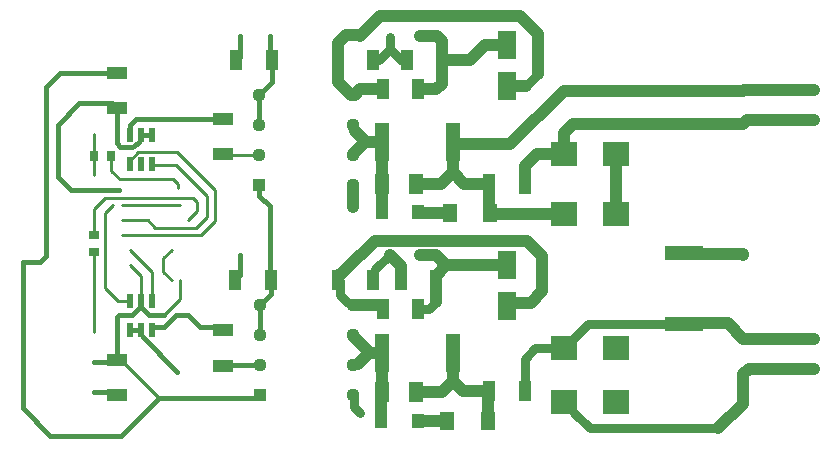
<source format=gbr>
%TF.GenerationSoftware,Altium Limited,Altium Designer,23.2.1 (34)*%
G04 Layer_Color=128*
%FSLAX45Y45*%
%MOMM*%
%TF.SameCoordinates,30BCF74E-8D5C-4CB1-BD29-C8B6E5BAA9CA*%
%TF.FilePolarity,Positive*%
%TF.FileFunction,Paste,Bot*%
%TF.Part,Single*%
G01*
G75*
%TA.AperFunction,SMDPad,CuDef*%
%ADD13R,1.12000X1.22000*%
%TA.AperFunction,Conductor*%
%ADD15C,0.80000*%
%ADD16C,0.25400*%
%ADD17C,0.50000*%
%TA.AperFunction,SMDPad,CuDef*%
%ADD27R,0.90000X0.65000*%
%ADD28R,0.65000X0.90000*%
%ADD29R,1.80340X1.11760*%
%ADD30R,3.32000X1.24000*%
%ADD31R,2.25000X2.15000*%
%ADD32R,1.05000X1.80000*%
%ADD33R,1.16000X1.82000*%
%ADD34R,1.25000X1.50000*%
G04:AMPARAMS|DCode=36|XSize=1.21mm|YSize=0.58mm|CornerRadius=0.0725mm|HoleSize=0mm|Usage=FLASHONLY|Rotation=90.000|XOffset=0mm|YOffset=0mm|HoleType=Round|Shape=RoundedRectangle|*
%AMROUNDEDRECTD36*
21,1,1.21000,0.43500,0,0,90.0*
21,1,1.06500,0.58000,0,0,90.0*
1,1,0.14500,0.21750,0.53250*
1,1,0.14500,0.21750,-0.53250*
1,1,0.14500,-0.21750,-0.53250*
1,1,0.14500,-0.21750,0.53250*
%
%ADD36ROUNDEDRECTD36*%
%ADD37R,1.11760X1.80340*%
%TA.AperFunction,BGAPad,CuDef*%
%ADD38C,1.13000*%
%TA.AperFunction,SMDPad,CuDef*%
%ADD39R,1.13000X1.13000*%
%ADD40R,1.62000X2.36000*%
%ADD41R,1.24000X3.32000*%
%ADD42R,1.80000X1.05000*%
%TA.AperFunction,Conductor*%
%ADD56C,0.45400*%
%ADD82C,1.00000*%
%ADD83C,0.70000*%
D13*
X3895500Y349000D02*
D03*
X3585500D02*
D03*
X3899500Y2123000D02*
D03*
X3589500D02*
D03*
D15*
X3235020Y1415069D02*
X3303327Y1346762D01*
X3235020Y1415069D02*
Y1533120D01*
X3658000Y3504000D02*
Y3606500D01*
X3563000Y3409000D02*
X3658000Y3504000D01*
X3762430Y3399570D01*
X4806830Y3186830D02*
X4909000Y3289000D01*
X4889000Y969000D02*
X5134000D01*
X5334000Y1174000D02*
X6149000D01*
X5216500Y1056500D02*
X5334000Y1174000D01*
X3534740Y1637240D02*
X3656000Y1758500D01*
X3351984Y473790D02*
Y565016D01*
X5216500Y421500D02*
X5349000Y289000D01*
X6439000D01*
X3351984Y473790D02*
X3408000Y417774D01*
X4799000Y879000D02*
X4889000Y969000D01*
X4799000Y601500D02*
Y879000D01*
X3986330Y1296330D02*
X4048720Y1358720D01*
X3898860Y1296330D02*
X3986330D01*
D16*
X1153500Y2435500D02*
Y2596000D01*
X1151250Y2598250D02*
Y2784750D01*
X1154500Y2145500D02*
X1249000Y2240000D01*
X1154500Y1930500D02*
Y2145500D01*
X1249000Y2240000D02*
X1993000D01*
X2027479Y2127860D02*
Y2205521D01*
X1993000Y2240000D02*
X2027479Y2205521D01*
X1951619Y2052000D02*
X2027479Y2127860D01*
X1249000Y1479000D02*
Y2111381D01*
X1316619Y2179000D01*
X1387739D02*
X1880499D01*
X1149000Y1539000D02*
Y1780000D01*
X1822000Y2398000D02*
X1862839Y2357161D01*
Y2321240D02*
Y2357161D01*
X1369000Y2398000D02*
X1822000D01*
X1298500Y2468500D02*
X1369000Y2398000D01*
X1298500Y2468500D02*
Y2596000D01*
X1387739Y1925000D02*
X1880499D01*
X1669000Y1989000D02*
X2019000D01*
X1606000Y2052000D02*
X1669000Y1989000D01*
X2019000D02*
X2109000Y2079000D01*
X1387739Y2052000D02*
X1606000D01*
X1880499Y1925000D02*
X2055000D01*
X1383290Y869020D02*
X1701828Y550482D01*
X1880499Y1380499D02*
Y1544000D01*
X1749000Y1249000D02*
X1880499Y1380499D01*
X1739000Y1614379D02*
Y1727621D01*
Y1614379D02*
X1809379Y1544000D01*
X1739000Y1727621D02*
X1809379Y1798000D01*
X1527999Y2629000D02*
X1859000D01*
X1453999Y2555000D02*
X1527999Y2629000D01*
X1859000D02*
X2179000Y2309000D01*
X2055000Y1925000D02*
X2179000Y2049000D01*
Y2309000D01*
X1549000Y1371000D02*
Y1580859D01*
X1458859Y1671000D02*
X1549000Y1580859D01*
X2253000Y2605000D02*
X2551999D01*
X1648499Y2519000D02*
X1849000D01*
X2109000Y2259000D01*
Y2079000D02*
Y2259000D01*
X1149000Y1103000D02*
Y1539000D01*
X1644000Y1371000D02*
Y1612859D01*
X1458859Y1798000D02*
X1644000Y1612859D01*
X1249000Y1479000D02*
X1357000Y1371000D01*
X1454000D01*
D17*
X5134000Y969000D02*
X5216500Y1051500D01*
Y1056500D01*
D27*
X1154500Y1785500D02*
D03*
Y1930500D02*
D03*
D28*
X1298500Y2596000D02*
D03*
X1153500D02*
D03*
D29*
X1349000Y3298860D02*
D03*
Y2999140D02*
D03*
Y569300D02*
D03*
Y869020D02*
D03*
D30*
X6149000Y1174000D02*
D03*
Y1772000D02*
D03*
D31*
X5129000Y969000D02*
D03*
X5569000D02*
D03*
X5128999Y2105500D02*
D03*
X5129000Y509000D02*
D03*
Y2611500D02*
D03*
X5569000D02*
D03*
X5569000Y2105500D02*
D03*
X5569000Y509000D02*
D03*
D32*
X4499000Y601500D02*
D03*
Y2359000D02*
D03*
X4799000D02*
D03*
Y601500D02*
D03*
D33*
X3882500Y600500D02*
D03*
X3587500D02*
D03*
X3882500Y2359000D02*
D03*
X3587500D02*
D03*
D34*
X4489000Y349000D02*
D03*
X4509000Y2109000D02*
D03*
X4164000D02*
D03*
X4144000Y349000D02*
D03*
D36*
X1548999Y2774500D02*
D03*
X1643999D02*
D03*
X1454000Y1120000D02*
D03*
X1549000D02*
D03*
X1548999Y2523500D02*
D03*
X1549000Y1371000D02*
D03*
X1454000D02*
D03*
X1453999Y2523500D02*
D03*
X1643999D02*
D03*
X1644000Y1371000D02*
D03*
Y1120000D02*
D03*
X1453999Y2774500D02*
D03*
D37*
X2349550Y1549000D02*
D03*
X2359140Y3409000D02*
D03*
X2658860D02*
D03*
X2649270Y1549000D02*
D03*
X3599140Y1296330D02*
D03*
X3898860D02*
D03*
X3749000Y1549000D02*
D03*
X4048720D02*
D03*
X3518860D02*
D03*
X3219140D02*
D03*
X3898860Y3159000D02*
D03*
X3599140D02*
D03*
X4098860Y3409000D02*
D03*
X3799140D02*
D03*
X3518860D02*
D03*
X3219140D02*
D03*
D38*
X2551999Y3113000D02*
D03*
Y2859000D02*
D03*
X2555000Y1330000D02*
D03*
Y1076000D02*
D03*
X3349000Y1330000D02*
D03*
Y1076000D02*
D03*
Y822000D02*
D03*
Y568000D02*
D03*
X2555000Y822000D02*
D03*
X2551999Y2605000D02*
D03*
X3345999Y2351000D02*
D03*
Y2605000D02*
D03*
Y2859000D02*
D03*
Y3113000D02*
D03*
D39*
X2551999Y2351000D02*
D03*
X2555000Y568000D02*
D03*
D40*
X4649000Y1669160D02*
D03*
Y1324160D02*
D03*
Y3186830D02*
D03*
Y3531830D02*
D03*
D41*
X4189500Y931500D02*
D03*
X3591500D02*
D03*
X3591500Y2714500D02*
D03*
X4189500D02*
D03*
D42*
X2249000Y2609000D02*
D03*
Y2909000D02*
D03*
Y1118000D02*
D03*
Y818000D02*
D03*
D56*
X955000Y2306000D02*
X1362920D01*
X847000Y2414000D02*
X955000Y2306000D01*
X847000Y2861000D02*
X1027000Y3041000D01*
X847000Y2414000D02*
Y2861000D01*
X1027000Y3041000D02*
X1149000D01*
X1307140D01*
X749000Y1749000D02*
Y3179000D01*
X3444500Y2714500D02*
Y2723500D01*
X3362760Y2805240D02*
Y2842238D01*
X3345999Y2859000D02*
X3362760Y2842238D01*
X865000Y3295000D02*
X1149000D01*
X749000Y3179000D02*
X865000Y3295000D01*
X1149000D02*
X1345140D01*
X1379346Y228000D02*
X1701828Y550482D01*
X2537482D01*
X780000Y228000D02*
X1379346D01*
X2537482Y550482D02*
X2555000Y568000D01*
X549000Y459000D02*
Y1695000D01*
Y459000D02*
X780000Y228000D01*
X1375732Y2675733D02*
X1475732D01*
X1349000Y2702465D02*
Y2999140D01*
Y2702465D02*
X1375732Y2675733D01*
X1494534Y2675900D02*
X1532700Y2714066D01*
X1458221Y2778721D02*
Y2858221D01*
X1509000Y2909000D01*
X2249000D01*
X1749000Y1151500D02*
X1846500Y1249000D01*
X1949000D01*
X1660300Y1151500D02*
X1749000D01*
X1349000Y869020D02*
Y1234121D01*
X1149000Y595000D02*
X1323300D01*
X2386000Y1585450D02*
Y1758500D01*
X1549000Y2774500D02*
X1644000D01*
X1454000Y1120000D02*
X1549000D01*
X1565300Y1059566D02*
X1856426Y768440D01*
X2386000Y3435860D02*
Y3608500D01*
X2658860Y3219861D02*
Y3409000D01*
X2640000Y3427860D02*
Y3608500D01*
Y1758500D02*
Y2168000D01*
X2551999Y3113000D02*
X2658860Y3219861D01*
X2551999Y2256001D02*
X2640000Y2168000D01*
X2551999Y2859000D02*
Y3113000D01*
Y2256001D02*
Y2351000D01*
X2649270Y1424270D02*
Y1549000D01*
X2555000Y1330000D02*
X2649270Y1424270D01*
X2640000Y1558270D02*
Y1758500D01*
X2555000Y1076000D02*
Y1330000D01*
X695000Y1695000D02*
X749000Y1749000D01*
X549000Y1695000D02*
X695000D01*
X1565300Y1302340D02*
X1618640Y1249000D01*
X1749000D01*
X1471134D02*
X1549000Y1326866D01*
X1363879Y1249000D02*
X1471134D01*
X1149000Y849000D02*
X1328980D01*
X4499000Y2119000D02*
X4512500Y2105500D01*
X1949000Y1249000D02*
X2049000Y1149000D01*
X2218000D01*
X2253000Y822000D02*
X2555000D01*
D82*
X6649000Y2867310D02*
X6681000Y2899310D01*
X7248999D01*
X4649000Y3186830D02*
X4806830D01*
X4909000Y3289000D02*
Y3629000D01*
X4759000Y3779000D02*
X4909000Y3629000D01*
X6653310Y3153310D02*
X7248999D01*
X5207310Y2867310D02*
X6649000D01*
X5129000Y2611500D02*
Y2789000D01*
X5207310Y2867310D01*
X5129000Y3149000D02*
X6649000D01*
X4679000Y2699000D02*
X5129000Y3149000D01*
X4205000Y2699000D02*
X4679000D01*
X5569000Y2105500D02*
Y2611500D01*
X4901500D02*
X5129000D01*
X4799000Y2509000D02*
X4901500Y2611500D01*
X4799000Y2359000D02*
Y2509000D01*
X4499000Y2119000D02*
Y2359000D01*
X4512500Y2105500D02*
X5128999D01*
X3899500Y2109000D02*
X4164000D01*
X4289500Y2359000D02*
X4499000D01*
X4189500Y2459000D02*
X4289500Y2359000D01*
X4189500Y2459000D02*
Y2714500D01*
X4089500Y2359000D02*
X4189500Y2459000D01*
X3882500Y2359000D02*
X4089500D01*
X3591500Y2363000D02*
Y2714500D01*
X3589500Y2123000D02*
Y2357000D01*
X3347500Y2160500D02*
Y2349499D01*
X3444500Y2714500D02*
X3591500D01*
X3345999Y2615999D02*
X3444500Y2714500D01*
X3362760Y2805240D02*
X3444500Y2723500D01*
X6149000Y1772000D02*
X6154250D01*
X6164750Y1761500D01*
X6648000D01*
X6649000Y1760500D01*
Y749000D02*
X6695000Y795000D01*
X7249000D01*
X4048720Y1358720D02*
Y1583290D01*
X3656000Y1758500D02*
X3749000Y1665500D01*
X3409651Y1758500D02*
X3530151Y1879000D01*
X3219140Y1583290D02*
X3235020Y1599170D01*
X3242670D01*
X3530151Y1879000D02*
X4819000D01*
X3219140Y1549000D02*
Y1583290D01*
X3242670Y1599170D02*
X3402000Y1758500D01*
X3349000Y1330000D02*
X3565470D01*
X3351157Y1066023D02*
X3485680Y931500D01*
X3388513Y836491D02*
X3483522Y931500D01*
X6439000Y289000D02*
X6649000Y499000D01*
X6154000Y1179000D02*
X6519000D01*
X6649000Y1049000D01*
Y499000D02*
Y749000D01*
X3749000Y1549000D02*
Y1665500D01*
X4819000Y1879000D02*
X4949000Y1749000D01*
X3898860Y3159000D02*
X4049000D01*
X4098860Y3208860D01*
Y3409000D01*
X3910000Y3608500D02*
X4059500D01*
X4099000Y3569000D01*
Y3409140D02*
Y3569000D01*
X4098860Y3409000D02*
X4339000D01*
X4461830Y3531830D01*
X4649000D01*
X3572500Y3779000D02*
X4759000D01*
X3402000Y3608500D02*
X3572500Y3779000D01*
X3219140Y3222811D02*
X3328951Y3113000D01*
X3360788D02*
X3406788Y3159000D01*
X3599140D01*
X3219140Y3222811D02*
Y3409000D01*
X3289000Y3619000D02*
X3391500D01*
X3219140Y3409000D02*
Y3549140D01*
X3289000Y3619000D01*
X4949000Y1449000D02*
Y1749000D01*
X4849000Y1349000D02*
X4949000Y1449000D01*
X4673839Y1349000D02*
X4849000D01*
X6649000Y1049000D02*
X7249000D01*
X4045251Y1758500D02*
X4134590Y1669160D01*
X3910000Y1758500D02*
X4045251D01*
X4048720Y1583290D02*
X4134590Y1669160D01*
X4649000D01*
X4277499Y601500D02*
X4499000D01*
X4189500Y689500D02*
X4277499Y601500D01*
X4100500Y600500D02*
X4189500Y689500D01*
X3882500Y600500D02*
X4100500D01*
X4189500Y689500D02*
Y931500D01*
X4489000Y349000D02*
Y591500D01*
X3895500Y349000D02*
X4144000D01*
X3585500D02*
Y598500D01*
X3485680Y931500D02*
X3591500D01*
Y604500D02*
Y931500D01*
D83*
X3587500Y2359000D02*
X3591500Y2363000D01*
X3328951Y3113000D02*
X3360788D01*
%TF.MD5,f1623014d344401ca78e011bb1639cbb*%
M02*

</source>
